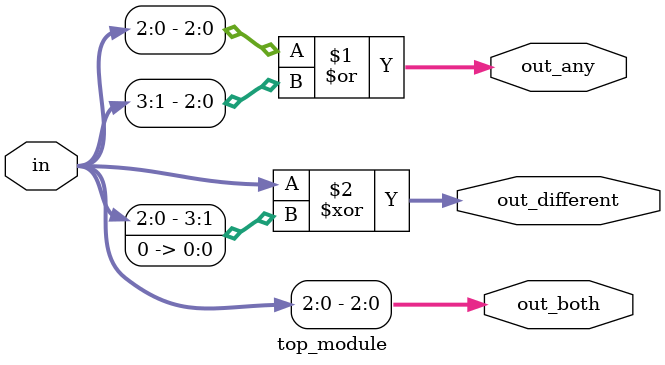
<source format=sv>
module top_module (
    input [3:0] in,
    output [2:0] out_both,
    output [3:0] out_any,
    output [3:0] out_different
);

assign out_both = in[2:0];
assign out_any = in[2:0] | in[3:1];
assign out_different = in ^ {in[2:0], 1'b0};

endmodule

</source>
